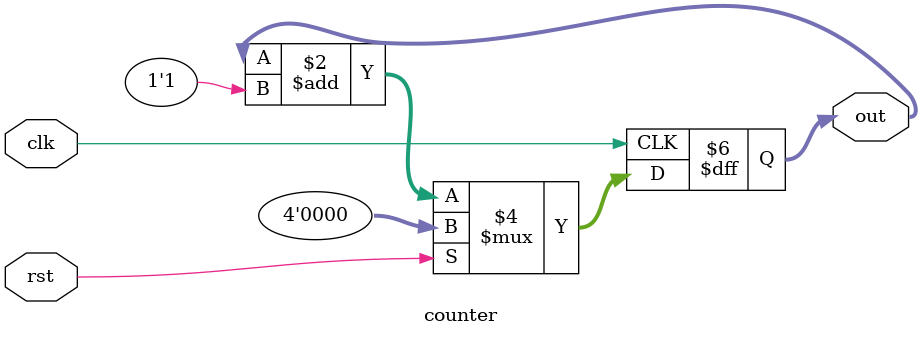
<source format=v>
module counter(rst,clk,out);

    //inputs clock and reset

    input wire rst;
    input wire clk;

    //output reg for store the value for next count

    output reg[3:0] out;

    always @(posedge clk)
    begin
        if (rst)
        begin
            out <= 4'b0000;
        end
        else
        begin
            out <= out + 1'b1;
        end
    end
endmodule
</source>
